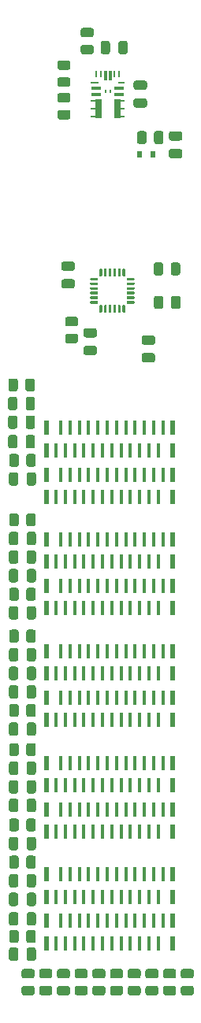
<source format=gbr>
G04 #@! TF.GenerationSoftware,KiCad,Pcbnew,(5.1.9)-1*
G04 #@! TF.CreationDate,2021-02-02T19:43:56-05:00*
G04 #@! TF.ProjectId,feather_multi_oled,66656174-6865-4725-9f6d-756c74695f6f,0.1a*
G04 #@! TF.SameCoordinates,Original*
G04 #@! TF.FileFunction,Paste,Top*
G04 #@! TF.FilePolarity,Positive*
%FSLAX46Y46*%
G04 Gerber Fmt 4.6, Leading zero omitted, Abs format (unit mm)*
G04 Created by KiCad (PCBNEW (5.1.9)-1) date 2021-02-02 19:43:56*
%MOMM*%
%LPD*%
G01*
G04 APERTURE LIST*
%ADD10R,0.609600X1.600200*%
%ADD11R,0.406400X1.600200*%
%ADD12R,0.812800X0.254000*%
%ADD13R,1.092200X0.304800*%
%ADD14R,0.508000X0.254000*%
%ADD15R,0.711200X0.254000*%
%ADD16R,0.254000X0.711200*%
%ADD17R,0.304800X1.092200*%
%ADD18R,0.254000X0.406400*%
%ADD19R,0.700000X2.000000*%
%ADD20R,0.600000X0.700000*%
G04 APERTURE END LIST*
D10*
X115516000Y-108524800D03*
X102003200Y-108524800D03*
X115516000Y-110912400D03*
X102003200Y-110912400D03*
D11*
X102993800Y-110912400D03*
X103501800Y-108524800D03*
X104009800Y-110912400D03*
X104492400Y-108524800D03*
X105000400Y-110912400D03*
X105508400Y-108524800D03*
X105991000Y-110912400D03*
X106499000Y-108524800D03*
X107007000Y-110912400D03*
X107489600Y-108524800D03*
X107997600Y-110912400D03*
X108505600Y-108524800D03*
X108988200Y-110912400D03*
X109496200Y-108524800D03*
X110004200Y-110912400D03*
X110512200Y-108524800D03*
X110994800Y-110912400D03*
X111502800Y-108524800D03*
X112010800Y-110912400D03*
X112493400Y-108524800D03*
X113001400Y-110912400D03*
X113509400Y-108524800D03*
X113992000Y-110912400D03*
X114500000Y-108524800D03*
D10*
X115516000Y-103524800D03*
X102003200Y-103524800D03*
X115516000Y-105912400D03*
X102003200Y-105912400D03*
D11*
X102993800Y-105912400D03*
X103501800Y-103524800D03*
X104009800Y-105912400D03*
X104492400Y-103524800D03*
X105000400Y-105912400D03*
X105508400Y-103524800D03*
X105991000Y-105912400D03*
X106499000Y-103524800D03*
X107007000Y-105912400D03*
X107489600Y-103524800D03*
X107997600Y-105912400D03*
X108505600Y-103524800D03*
X108988200Y-105912400D03*
X109496200Y-103524800D03*
X110004200Y-105912400D03*
X110512200Y-103524800D03*
X110994800Y-105912400D03*
X111502800Y-103524800D03*
X112010800Y-105912400D03*
X112493400Y-103524800D03*
X113001400Y-105912400D03*
X113509400Y-103524800D03*
X113992000Y-105912400D03*
X114500000Y-103524800D03*
D10*
X115516000Y-115524800D03*
X102003200Y-115524800D03*
X115516000Y-117912400D03*
X102003200Y-117912400D03*
D11*
X102993800Y-117912400D03*
X103501800Y-115524800D03*
X104009800Y-117912400D03*
X104492400Y-115524800D03*
X105000400Y-117912400D03*
X105508400Y-115524800D03*
X105991000Y-117912400D03*
X106499000Y-115524800D03*
X107007000Y-117912400D03*
X107489600Y-115524800D03*
X107997600Y-117912400D03*
X108505600Y-115524800D03*
X108988200Y-117912400D03*
X109496200Y-115524800D03*
X110004200Y-117912400D03*
X110512200Y-115524800D03*
X110994800Y-117912400D03*
X111502800Y-115524800D03*
X112010800Y-117912400D03*
X112493400Y-115524800D03*
X113001400Y-117912400D03*
X113509400Y-115524800D03*
X113992000Y-117912400D03*
X114500000Y-115524800D03*
D10*
X115516000Y-127524800D03*
X102003200Y-127524800D03*
X115516000Y-129912400D03*
X102003200Y-129912400D03*
D11*
X102993800Y-129912400D03*
X103501800Y-127524800D03*
X104009800Y-129912400D03*
X104492400Y-127524800D03*
X105000400Y-129912400D03*
X105508400Y-127524800D03*
X105991000Y-129912400D03*
X106499000Y-127524800D03*
X107007000Y-129912400D03*
X107489600Y-127524800D03*
X107997600Y-129912400D03*
X108505600Y-127524800D03*
X108988200Y-129912400D03*
X109496200Y-127524800D03*
X110004200Y-129912400D03*
X110512200Y-127524800D03*
X110994800Y-129912400D03*
X111502800Y-127524800D03*
X112010800Y-129912400D03*
X112493400Y-127524800D03*
X113001400Y-129912400D03*
X113509400Y-127524800D03*
X113992000Y-129912400D03*
X114500000Y-127524800D03*
D10*
X115516000Y-120524800D03*
X102003200Y-120524800D03*
X115516000Y-122912400D03*
X102003200Y-122912400D03*
D11*
X102993800Y-122912400D03*
X103501800Y-120524800D03*
X104009800Y-122912400D03*
X104492400Y-120524800D03*
X105000400Y-122912400D03*
X105508400Y-120524800D03*
X105991000Y-122912400D03*
X106499000Y-120524800D03*
X107007000Y-122912400D03*
X107489600Y-120524800D03*
X107997600Y-122912400D03*
X108505600Y-120524800D03*
X108988200Y-122912400D03*
X109496200Y-120524800D03*
X110004200Y-122912400D03*
X110512200Y-120524800D03*
X110994800Y-122912400D03*
X111502800Y-120524800D03*
X112010800Y-122912400D03*
X112493400Y-120524800D03*
X113001400Y-122912400D03*
X113509400Y-120524800D03*
X113992000Y-122912400D03*
X114500000Y-120524800D03*
D10*
X115516000Y-132524800D03*
X102003200Y-132524800D03*
X115516000Y-134912400D03*
X102003200Y-134912400D03*
D11*
X102993800Y-134912400D03*
X103501800Y-132524800D03*
X104009800Y-134912400D03*
X104492400Y-132524800D03*
X105000400Y-134912400D03*
X105508400Y-132524800D03*
X105991000Y-134912400D03*
X106499000Y-132524800D03*
X107007000Y-134912400D03*
X107489600Y-132524800D03*
X107997600Y-134912400D03*
X108505600Y-132524800D03*
X108988200Y-134912400D03*
X109496200Y-132524800D03*
X110004200Y-134912400D03*
X110512200Y-132524800D03*
X110994800Y-134912400D03*
X111502800Y-132524800D03*
X112010800Y-134912400D03*
X112493400Y-132524800D03*
X113001400Y-134912400D03*
X113509400Y-132524800D03*
X113992000Y-134912400D03*
X114500000Y-132524800D03*
D10*
X115516000Y-139524800D03*
X102003200Y-139524800D03*
X115516000Y-141912400D03*
X102003200Y-141912400D03*
D11*
X102993800Y-141912400D03*
X103501800Y-139524800D03*
X104009800Y-141912400D03*
X104492400Y-139524800D03*
X105000400Y-141912400D03*
X105508400Y-139524800D03*
X105991000Y-141912400D03*
X106499000Y-139524800D03*
X107007000Y-141912400D03*
X107489600Y-139524800D03*
X107997600Y-141912400D03*
X108505600Y-139524800D03*
X108988200Y-141912400D03*
X109496200Y-139524800D03*
X110004200Y-141912400D03*
X110512200Y-139524800D03*
X110994800Y-141912400D03*
X111502800Y-139524800D03*
X112010800Y-141912400D03*
X112493400Y-139524800D03*
X113001400Y-141912400D03*
X113509400Y-139524800D03*
X113992000Y-141912400D03*
X114500000Y-139524800D03*
D10*
X115516000Y-144524800D03*
X102003200Y-144524800D03*
X115516000Y-146912400D03*
X102003200Y-146912400D03*
D11*
X102993800Y-146912400D03*
X103501800Y-144524800D03*
X104009800Y-146912400D03*
X104492400Y-144524800D03*
X105000400Y-146912400D03*
X105508400Y-144524800D03*
X105991000Y-146912400D03*
X106499000Y-144524800D03*
X107007000Y-146912400D03*
X107489600Y-144524800D03*
X107997600Y-146912400D03*
X108505600Y-144524800D03*
X108988200Y-146912400D03*
X109496200Y-144524800D03*
X110004200Y-146912400D03*
X110512200Y-144524800D03*
X110994800Y-146912400D03*
X111502800Y-144524800D03*
X112010800Y-146912400D03*
X112493400Y-144524800D03*
X113001400Y-146912400D03*
X113509400Y-144524800D03*
X113992000Y-146912400D03*
X114500000Y-144524800D03*
D10*
X115516000Y-151524800D03*
X102003200Y-151524800D03*
X115516000Y-153912400D03*
X102003200Y-153912400D03*
D11*
X102993800Y-153912400D03*
X103501800Y-151524800D03*
X104009800Y-153912400D03*
X104492400Y-151524800D03*
X105000400Y-153912400D03*
X105508400Y-151524800D03*
X105991000Y-153912400D03*
X106499000Y-151524800D03*
X107007000Y-153912400D03*
X107489600Y-151524800D03*
X107997600Y-153912400D03*
X108505600Y-151524800D03*
X108988200Y-153912400D03*
X109496200Y-151524800D03*
X110004200Y-153912400D03*
X110512200Y-151524800D03*
X110994800Y-153912400D03*
X111502800Y-151524800D03*
X112010800Y-153912400D03*
X112493400Y-151524800D03*
X113001400Y-153912400D03*
X113509400Y-151524800D03*
X113992000Y-153912400D03*
X114500000Y-151524800D03*
D10*
X115516000Y-156524800D03*
X102003200Y-156524800D03*
X115516000Y-158912400D03*
X102003200Y-158912400D03*
D11*
X102993800Y-158912400D03*
X103501800Y-156524800D03*
X104009800Y-158912400D03*
X104492400Y-156524800D03*
X105000400Y-158912400D03*
X105508400Y-156524800D03*
X105991000Y-158912400D03*
X106499000Y-156524800D03*
X107007000Y-158912400D03*
X107489600Y-156524800D03*
X107997600Y-158912400D03*
X108505600Y-156524800D03*
X108988200Y-158912400D03*
X109496200Y-156524800D03*
X110004200Y-158912400D03*
X110512200Y-156524800D03*
X110994800Y-158912400D03*
X111502800Y-156524800D03*
X112010800Y-158912400D03*
X112493400Y-156524800D03*
X113001400Y-158912400D03*
X113509400Y-156524800D03*
X113992000Y-158912400D03*
X114500000Y-156524800D03*
D12*
X107156000Y-66375000D03*
D13*
X107296000Y-67024999D03*
X107296000Y-67675000D03*
D14*
X107004000Y-68325000D03*
X107004000Y-69175001D03*
X107004000Y-70025000D03*
X110096000Y-70025000D03*
X110096000Y-69175001D03*
X110096000Y-68325000D03*
D13*
X109804000Y-67675000D03*
X109804000Y-67024999D03*
D15*
X109994000Y-66375000D03*
D16*
X109800000Y-65481000D03*
X109300001Y-65481000D03*
D17*
X108800000Y-65671000D03*
X108300000Y-65671000D03*
D16*
X107799999Y-65481000D03*
X107300000Y-65481000D03*
D18*
X108300000Y-67350000D03*
X108800000Y-67350000D03*
D19*
X107534000Y-69195000D03*
X109566000Y-69195000D03*
G36*
G01*
X109700000Y-63100000D02*
X109700000Y-62150000D01*
G75*
G02*
X109950000Y-61900000I250000J0D01*
G01*
X110450000Y-61900000D01*
G75*
G02*
X110700000Y-62150000I0J-250000D01*
G01*
X110700000Y-63100000D01*
G75*
G02*
X110450000Y-63350000I-250000J0D01*
G01*
X109950000Y-63350000D01*
G75*
G02*
X109700000Y-63100000I0J250000D01*
G01*
G37*
G36*
G01*
X107800000Y-63100000D02*
X107800000Y-62150000D01*
G75*
G02*
X108050000Y-61900000I250000J0D01*
G01*
X108550000Y-61900000D01*
G75*
G02*
X108800000Y-62150000I0J-250000D01*
G01*
X108800000Y-63100000D01*
G75*
G02*
X108550000Y-63350000I-250000J0D01*
G01*
X108050000Y-63350000D01*
G75*
G02*
X107800000Y-63100000I0J250000D01*
G01*
G37*
G36*
G01*
X112525000Y-69075000D02*
X111575000Y-69075000D01*
G75*
G02*
X111325000Y-68825000I0J250000D01*
G01*
X111325000Y-68325000D01*
G75*
G02*
X111575000Y-68075000I250000J0D01*
G01*
X112525000Y-68075000D01*
G75*
G02*
X112775000Y-68325000I0J-250000D01*
G01*
X112775000Y-68825000D01*
G75*
G02*
X112525000Y-69075000I-250000J0D01*
G01*
G37*
G36*
G01*
X112525000Y-67175000D02*
X111575000Y-67175000D01*
G75*
G02*
X111325000Y-66925000I0J250000D01*
G01*
X111325000Y-66425000D01*
G75*
G02*
X111575000Y-66175000I250000J0D01*
G01*
X112525000Y-66175000D01*
G75*
G02*
X112775000Y-66425000I0J-250000D01*
G01*
X112775000Y-66925000D01*
G75*
G02*
X112525000Y-67175000I-250000J0D01*
G01*
G37*
G36*
G01*
X115375000Y-71625000D02*
X116325000Y-71625000D01*
G75*
G02*
X116575000Y-71875000I0J-250000D01*
G01*
X116575000Y-72375000D01*
G75*
G02*
X116325000Y-72625000I-250000J0D01*
G01*
X115375000Y-72625000D01*
G75*
G02*
X115125000Y-72375000I0J250000D01*
G01*
X115125000Y-71875000D01*
G75*
G02*
X115375000Y-71625000I250000J0D01*
G01*
G37*
G36*
G01*
X115375000Y-73525000D02*
X116325000Y-73525000D01*
G75*
G02*
X116575000Y-73775000I0J-250000D01*
G01*
X116575000Y-74275000D01*
G75*
G02*
X116325000Y-74525000I-250000J0D01*
G01*
X115375000Y-74525000D01*
G75*
G02*
X115125000Y-74275000I0J250000D01*
G01*
X115125000Y-73775000D01*
G75*
G02*
X115375000Y-73525000I250000J0D01*
G01*
G37*
G36*
G01*
X98850000Y-104525000D02*
X98850000Y-105475000D01*
G75*
G02*
X98600000Y-105725000I-250000J0D01*
G01*
X98100000Y-105725000D01*
G75*
G02*
X97850000Y-105475000I0J250000D01*
G01*
X97850000Y-104525000D01*
G75*
G02*
X98100000Y-104275000I250000J0D01*
G01*
X98600000Y-104275000D01*
G75*
G02*
X98850000Y-104525000I0J-250000D01*
G01*
G37*
G36*
G01*
X100750000Y-104525000D02*
X100750000Y-105475000D01*
G75*
G02*
X100500000Y-105725000I-250000J0D01*
G01*
X100000000Y-105725000D01*
G75*
G02*
X99750000Y-105475000I0J250000D01*
G01*
X99750000Y-104525000D01*
G75*
G02*
X100000000Y-104275000I250000J0D01*
G01*
X100500000Y-104275000D01*
G75*
G02*
X100750000Y-104525000I0J-250000D01*
G01*
G37*
G36*
G01*
X100750000Y-102425000D02*
X100750000Y-103375000D01*
G75*
G02*
X100500000Y-103625000I-250000J0D01*
G01*
X100000000Y-103625000D01*
G75*
G02*
X99750000Y-103375000I0J250000D01*
G01*
X99750000Y-102425000D01*
G75*
G02*
X100000000Y-102175000I250000J0D01*
G01*
X100500000Y-102175000D01*
G75*
G02*
X100750000Y-102425000I0J-250000D01*
G01*
G37*
G36*
G01*
X98850000Y-102425000D02*
X98850000Y-103375000D01*
G75*
G02*
X98600000Y-103625000I-250000J0D01*
G01*
X98100000Y-103625000D01*
G75*
G02*
X97850000Y-103375000I0J250000D01*
G01*
X97850000Y-102425000D01*
G75*
G02*
X98100000Y-102175000I250000J0D01*
G01*
X98600000Y-102175000D01*
G75*
G02*
X98850000Y-102425000I0J-250000D01*
G01*
G37*
G36*
G01*
X98850000Y-100425000D02*
X98850000Y-101375000D01*
G75*
G02*
X98600000Y-101625000I-250000J0D01*
G01*
X98100000Y-101625000D01*
G75*
G02*
X97850000Y-101375000I0J250000D01*
G01*
X97850000Y-100425000D01*
G75*
G02*
X98100000Y-100175000I250000J0D01*
G01*
X98600000Y-100175000D01*
G75*
G02*
X98850000Y-100425000I0J-250000D01*
G01*
G37*
G36*
G01*
X100750000Y-100425000D02*
X100750000Y-101375000D01*
G75*
G02*
X100500000Y-101625000I-250000J0D01*
G01*
X100000000Y-101625000D01*
G75*
G02*
X99750000Y-101375000I0J250000D01*
G01*
X99750000Y-100425000D01*
G75*
G02*
X100000000Y-100175000I250000J0D01*
G01*
X100500000Y-100175000D01*
G75*
G02*
X100750000Y-100425000I0J-250000D01*
G01*
G37*
G36*
G01*
X100850000Y-108525000D02*
X100850000Y-109475000D01*
G75*
G02*
X100600000Y-109725000I-250000J0D01*
G01*
X100100000Y-109725000D01*
G75*
G02*
X99850000Y-109475000I0J250000D01*
G01*
X99850000Y-108525000D01*
G75*
G02*
X100100000Y-108275000I250000J0D01*
G01*
X100600000Y-108275000D01*
G75*
G02*
X100850000Y-108525000I0J-250000D01*
G01*
G37*
G36*
G01*
X98950000Y-108525000D02*
X98950000Y-109475000D01*
G75*
G02*
X98700000Y-109725000I-250000J0D01*
G01*
X98200000Y-109725000D01*
G75*
G02*
X97950000Y-109475000I0J250000D01*
G01*
X97950000Y-108525000D01*
G75*
G02*
X98200000Y-108275000I250000J0D01*
G01*
X98700000Y-108275000D01*
G75*
G02*
X98950000Y-108525000I0J-250000D01*
G01*
G37*
G36*
G01*
X98950000Y-114925000D02*
X98950000Y-115875000D01*
G75*
G02*
X98700000Y-116125000I-250000J0D01*
G01*
X98200000Y-116125000D01*
G75*
G02*
X97950000Y-115875000I0J250000D01*
G01*
X97950000Y-114925000D01*
G75*
G02*
X98200000Y-114675000I250000J0D01*
G01*
X98700000Y-114675000D01*
G75*
G02*
X98950000Y-114925000I0J-250000D01*
G01*
G37*
G36*
G01*
X100850000Y-114925000D02*
X100850000Y-115875000D01*
G75*
G02*
X100600000Y-116125000I-250000J0D01*
G01*
X100100000Y-116125000D01*
G75*
G02*
X99850000Y-115875000I0J250000D01*
G01*
X99850000Y-114925000D01*
G75*
G02*
X100100000Y-114675000I250000J0D01*
G01*
X100600000Y-114675000D01*
G75*
G02*
X100850000Y-114925000I0J-250000D01*
G01*
G37*
G36*
G01*
X100850000Y-116925000D02*
X100850000Y-117875000D01*
G75*
G02*
X100600000Y-118125000I-250000J0D01*
G01*
X100100000Y-118125000D01*
G75*
G02*
X99850000Y-117875000I0J250000D01*
G01*
X99850000Y-116925000D01*
G75*
G02*
X100100000Y-116675000I250000J0D01*
G01*
X100600000Y-116675000D01*
G75*
G02*
X100850000Y-116925000I0J-250000D01*
G01*
G37*
G36*
G01*
X98950000Y-116925000D02*
X98950000Y-117875000D01*
G75*
G02*
X98700000Y-118125000I-250000J0D01*
G01*
X98200000Y-118125000D01*
G75*
G02*
X97950000Y-117875000I0J250000D01*
G01*
X97950000Y-116925000D01*
G75*
G02*
X98200000Y-116675000I250000J0D01*
G01*
X98700000Y-116675000D01*
G75*
G02*
X98950000Y-116925000I0J-250000D01*
G01*
G37*
G36*
G01*
X98950000Y-118925000D02*
X98950000Y-119875000D01*
G75*
G02*
X98700000Y-120125000I-250000J0D01*
G01*
X98200000Y-120125000D01*
G75*
G02*
X97950000Y-119875000I0J250000D01*
G01*
X97950000Y-118925000D01*
G75*
G02*
X98200000Y-118675000I250000J0D01*
G01*
X98700000Y-118675000D01*
G75*
G02*
X98950000Y-118925000I0J-250000D01*
G01*
G37*
G36*
G01*
X100850000Y-118925000D02*
X100850000Y-119875000D01*
G75*
G02*
X100600000Y-120125000I-250000J0D01*
G01*
X100100000Y-120125000D01*
G75*
G02*
X99850000Y-119875000I0J250000D01*
G01*
X99850000Y-118925000D01*
G75*
G02*
X100100000Y-118675000I250000J0D01*
G01*
X100600000Y-118675000D01*
G75*
G02*
X100850000Y-118925000I0J-250000D01*
G01*
G37*
G36*
G01*
X98950000Y-127425000D02*
X98950000Y-128375000D01*
G75*
G02*
X98700000Y-128625000I-250000J0D01*
G01*
X98200000Y-128625000D01*
G75*
G02*
X97950000Y-128375000I0J250000D01*
G01*
X97950000Y-127425000D01*
G75*
G02*
X98200000Y-127175000I250000J0D01*
G01*
X98700000Y-127175000D01*
G75*
G02*
X98950000Y-127425000I0J-250000D01*
G01*
G37*
G36*
G01*
X100850000Y-127425000D02*
X100850000Y-128375000D01*
G75*
G02*
X100600000Y-128625000I-250000J0D01*
G01*
X100100000Y-128625000D01*
G75*
G02*
X99850000Y-128375000I0J250000D01*
G01*
X99850000Y-127425000D01*
G75*
G02*
X100100000Y-127175000I250000J0D01*
G01*
X100600000Y-127175000D01*
G75*
G02*
X100850000Y-127425000I0J-250000D01*
G01*
G37*
G36*
G01*
X100850000Y-129425000D02*
X100850000Y-130375000D01*
G75*
G02*
X100600000Y-130625000I-250000J0D01*
G01*
X100100000Y-130625000D01*
G75*
G02*
X99850000Y-130375000I0J250000D01*
G01*
X99850000Y-129425000D01*
G75*
G02*
X100100000Y-129175000I250000J0D01*
G01*
X100600000Y-129175000D01*
G75*
G02*
X100850000Y-129425000I0J-250000D01*
G01*
G37*
G36*
G01*
X98950000Y-129425000D02*
X98950000Y-130375000D01*
G75*
G02*
X98700000Y-130625000I-250000J0D01*
G01*
X98200000Y-130625000D01*
G75*
G02*
X97950000Y-130375000I0J250000D01*
G01*
X97950000Y-129425000D01*
G75*
G02*
X98200000Y-129175000I250000J0D01*
G01*
X98700000Y-129175000D01*
G75*
G02*
X98950000Y-129425000I0J-250000D01*
G01*
G37*
G36*
G01*
X98950000Y-131425000D02*
X98950000Y-132375000D01*
G75*
G02*
X98700000Y-132625000I-250000J0D01*
G01*
X98200000Y-132625000D01*
G75*
G02*
X97950000Y-132375000I0J250000D01*
G01*
X97950000Y-131425000D01*
G75*
G02*
X98200000Y-131175000I250000J0D01*
G01*
X98700000Y-131175000D01*
G75*
G02*
X98950000Y-131425000I0J-250000D01*
G01*
G37*
G36*
G01*
X100850000Y-131425000D02*
X100850000Y-132375000D01*
G75*
G02*
X100600000Y-132625000I-250000J0D01*
G01*
X100100000Y-132625000D01*
G75*
G02*
X99850000Y-132375000I0J250000D01*
G01*
X99850000Y-131425000D01*
G75*
G02*
X100100000Y-131175000I250000J0D01*
G01*
X100600000Y-131175000D01*
G75*
G02*
X100850000Y-131425000I0J-250000D01*
G01*
G37*
G36*
G01*
X100850000Y-122925000D02*
X100850000Y-123875000D01*
G75*
G02*
X100600000Y-124125000I-250000J0D01*
G01*
X100100000Y-124125000D01*
G75*
G02*
X99850000Y-123875000I0J250000D01*
G01*
X99850000Y-122925000D01*
G75*
G02*
X100100000Y-122675000I250000J0D01*
G01*
X100600000Y-122675000D01*
G75*
G02*
X100850000Y-122925000I0J-250000D01*
G01*
G37*
G36*
G01*
X98950000Y-122925000D02*
X98950000Y-123875000D01*
G75*
G02*
X98700000Y-124125000I-250000J0D01*
G01*
X98200000Y-124125000D01*
G75*
G02*
X97950000Y-123875000I0J250000D01*
G01*
X97950000Y-122925000D01*
G75*
G02*
X98200000Y-122675000I250000J0D01*
G01*
X98700000Y-122675000D01*
G75*
G02*
X98950000Y-122925000I0J-250000D01*
G01*
G37*
G36*
G01*
X100850000Y-135425000D02*
X100850000Y-136375000D01*
G75*
G02*
X100600000Y-136625000I-250000J0D01*
G01*
X100100000Y-136625000D01*
G75*
G02*
X99850000Y-136375000I0J250000D01*
G01*
X99850000Y-135425000D01*
G75*
G02*
X100100000Y-135175000I250000J0D01*
G01*
X100600000Y-135175000D01*
G75*
G02*
X100850000Y-135425000I0J-250000D01*
G01*
G37*
G36*
G01*
X98950000Y-135425000D02*
X98950000Y-136375000D01*
G75*
G02*
X98700000Y-136625000I-250000J0D01*
G01*
X98200000Y-136625000D01*
G75*
G02*
X97950000Y-136375000I0J250000D01*
G01*
X97950000Y-135425000D01*
G75*
G02*
X98200000Y-135175000I250000J0D01*
G01*
X98700000Y-135175000D01*
G75*
G02*
X98950000Y-135425000I0J-250000D01*
G01*
G37*
G36*
G01*
X98950000Y-139625000D02*
X98950000Y-140575000D01*
G75*
G02*
X98700000Y-140825000I-250000J0D01*
G01*
X98200000Y-140825000D01*
G75*
G02*
X97950000Y-140575000I0J250000D01*
G01*
X97950000Y-139625000D01*
G75*
G02*
X98200000Y-139375000I250000J0D01*
G01*
X98700000Y-139375000D01*
G75*
G02*
X98950000Y-139625000I0J-250000D01*
G01*
G37*
G36*
G01*
X100850000Y-139625000D02*
X100850000Y-140575000D01*
G75*
G02*
X100600000Y-140825000I-250000J0D01*
G01*
X100100000Y-140825000D01*
G75*
G02*
X99850000Y-140575000I0J250000D01*
G01*
X99850000Y-139625000D01*
G75*
G02*
X100100000Y-139375000I250000J0D01*
G01*
X100600000Y-139375000D01*
G75*
G02*
X100850000Y-139625000I0J-250000D01*
G01*
G37*
G36*
G01*
X100850000Y-141625000D02*
X100850000Y-142575000D01*
G75*
G02*
X100600000Y-142825000I-250000J0D01*
G01*
X100100000Y-142825000D01*
G75*
G02*
X99850000Y-142575000I0J250000D01*
G01*
X99850000Y-141625000D01*
G75*
G02*
X100100000Y-141375000I250000J0D01*
G01*
X100600000Y-141375000D01*
G75*
G02*
X100850000Y-141625000I0J-250000D01*
G01*
G37*
G36*
G01*
X98950000Y-141625000D02*
X98950000Y-142575000D01*
G75*
G02*
X98700000Y-142825000I-250000J0D01*
G01*
X98200000Y-142825000D01*
G75*
G02*
X97950000Y-142575000I0J250000D01*
G01*
X97950000Y-141625000D01*
G75*
G02*
X98200000Y-141375000I250000J0D01*
G01*
X98700000Y-141375000D01*
G75*
G02*
X98950000Y-141625000I0J-250000D01*
G01*
G37*
G36*
G01*
X98950000Y-143625000D02*
X98950000Y-144575000D01*
G75*
G02*
X98700000Y-144825000I-250000J0D01*
G01*
X98200000Y-144825000D01*
G75*
G02*
X97950000Y-144575000I0J250000D01*
G01*
X97950000Y-143625000D01*
G75*
G02*
X98200000Y-143375000I250000J0D01*
G01*
X98700000Y-143375000D01*
G75*
G02*
X98950000Y-143625000I0J-250000D01*
G01*
G37*
G36*
G01*
X100850000Y-143625000D02*
X100850000Y-144575000D01*
G75*
G02*
X100600000Y-144825000I-250000J0D01*
G01*
X100100000Y-144825000D01*
G75*
G02*
X99850000Y-144575000I0J250000D01*
G01*
X99850000Y-143625000D01*
G75*
G02*
X100100000Y-143375000I250000J0D01*
G01*
X100600000Y-143375000D01*
G75*
G02*
X100850000Y-143625000I0J-250000D01*
G01*
G37*
G36*
G01*
X100850000Y-147725000D02*
X100850000Y-148675000D01*
G75*
G02*
X100600000Y-148925000I-250000J0D01*
G01*
X100100000Y-148925000D01*
G75*
G02*
X99850000Y-148675000I0J250000D01*
G01*
X99850000Y-147725000D01*
G75*
G02*
X100100000Y-147475000I250000J0D01*
G01*
X100600000Y-147475000D01*
G75*
G02*
X100850000Y-147725000I0J-250000D01*
G01*
G37*
G36*
G01*
X98950000Y-147725000D02*
X98950000Y-148675000D01*
G75*
G02*
X98700000Y-148925000I-250000J0D01*
G01*
X98200000Y-148925000D01*
G75*
G02*
X97950000Y-148675000I0J250000D01*
G01*
X97950000Y-147725000D01*
G75*
G02*
X98200000Y-147475000I250000J0D01*
G01*
X98700000Y-147475000D01*
G75*
G02*
X98950000Y-147725000I0J-250000D01*
G01*
G37*
G36*
G01*
X100850000Y-151725000D02*
X100850000Y-152675000D01*
G75*
G02*
X100600000Y-152925000I-250000J0D01*
G01*
X100100000Y-152925000D01*
G75*
G02*
X99850000Y-152675000I0J250000D01*
G01*
X99850000Y-151725000D01*
G75*
G02*
X100100000Y-151475000I250000J0D01*
G01*
X100600000Y-151475000D01*
G75*
G02*
X100850000Y-151725000I0J-250000D01*
G01*
G37*
G36*
G01*
X98950000Y-151725000D02*
X98950000Y-152675000D01*
G75*
G02*
X98700000Y-152925000I-250000J0D01*
G01*
X98200000Y-152925000D01*
G75*
G02*
X97950000Y-152675000I0J250000D01*
G01*
X97950000Y-151725000D01*
G75*
G02*
X98200000Y-151475000I250000J0D01*
G01*
X98700000Y-151475000D01*
G75*
G02*
X98950000Y-151725000I0J-250000D01*
G01*
G37*
G36*
G01*
X98950000Y-153725000D02*
X98950000Y-154675000D01*
G75*
G02*
X98700000Y-154925000I-250000J0D01*
G01*
X98200000Y-154925000D01*
G75*
G02*
X97950000Y-154675000I0J250000D01*
G01*
X97950000Y-153725000D01*
G75*
G02*
X98200000Y-153475000I250000J0D01*
G01*
X98700000Y-153475000D01*
G75*
G02*
X98950000Y-153725000I0J-250000D01*
G01*
G37*
G36*
G01*
X100850000Y-153725000D02*
X100850000Y-154675000D01*
G75*
G02*
X100600000Y-154925000I-250000J0D01*
G01*
X100100000Y-154925000D01*
G75*
G02*
X99850000Y-154675000I0J250000D01*
G01*
X99850000Y-153725000D01*
G75*
G02*
X100100000Y-153475000I250000J0D01*
G01*
X100600000Y-153475000D01*
G75*
G02*
X100850000Y-153725000I0J-250000D01*
G01*
G37*
G36*
G01*
X100850000Y-155825000D02*
X100850000Y-156775000D01*
G75*
G02*
X100600000Y-157025000I-250000J0D01*
G01*
X100100000Y-157025000D01*
G75*
G02*
X99850000Y-156775000I0J250000D01*
G01*
X99850000Y-155825000D01*
G75*
G02*
X100100000Y-155575000I250000J0D01*
G01*
X100600000Y-155575000D01*
G75*
G02*
X100850000Y-155825000I0J-250000D01*
G01*
G37*
G36*
G01*
X98950000Y-155825000D02*
X98950000Y-156775000D01*
G75*
G02*
X98700000Y-157025000I-250000J0D01*
G01*
X98200000Y-157025000D01*
G75*
G02*
X97950000Y-156775000I0J250000D01*
G01*
X97950000Y-155825000D01*
G75*
G02*
X98200000Y-155575000I250000J0D01*
G01*
X98700000Y-155575000D01*
G75*
G02*
X98950000Y-155825000I0J-250000D01*
G01*
G37*
G36*
G01*
X100850000Y-159625000D02*
X100850000Y-160575000D01*
G75*
G02*
X100600000Y-160825000I-250000J0D01*
G01*
X100100000Y-160825000D01*
G75*
G02*
X99850000Y-160575000I0J250000D01*
G01*
X99850000Y-159625000D01*
G75*
G02*
X100100000Y-159375000I250000J0D01*
G01*
X100600000Y-159375000D01*
G75*
G02*
X100850000Y-159625000I0J-250000D01*
G01*
G37*
G36*
G01*
X98950000Y-159625000D02*
X98950000Y-160575000D01*
G75*
G02*
X98700000Y-160825000I-250000J0D01*
G01*
X98200000Y-160825000D01*
G75*
G02*
X97950000Y-160575000I0J250000D01*
G01*
X97950000Y-159625000D01*
G75*
G02*
X98200000Y-159375000I250000J0D01*
G01*
X98700000Y-159375000D01*
G75*
G02*
X98950000Y-159625000I0J-250000D01*
G01*
G37*
D20*
X112000000Y-74100000D03*
X113400000Y-74100000D03*
G36*
G01*
X112725000Y-71849998D02*
X112725000Y-72750002D01*
G75*
G02*
X112475002Y-73000000I-249998J0D01*
G01*
X111949998Y-73000000D01*
G75*
G02*
X111700000Y-72750002I0J249998D01*
G01*
X111700000Y-71849998D01*
G75*
G02*
X111949998Y-71600000I249998J0D01*
G01*
X112475002Y-71600000D01*
G75*
G02*
X112725000Y-71849998I0J-249998D01*
G01*
G37*
G36*
G01*
X114550000Y-71849998D02*
X114550000Y-72750002D01*
G75*
G02*
X114300002Y-73000000I-249998J0D01*
G01*
X113774998Y-73000000D01*
G75*
G02*
X113525000Y-72750002I0J249998D01*
G01*
X113525000Y-71849998D01*
G75*
G02*
X113774998Y-71600000I249998J0D01*
G01*
X114300002Y-71600000D01*
G75*
G02*
X114550000Y-71849998I0J-249998D01*
G01*
G37*
G36*
G01*
X116649998Y-161675000D02*
X117550002Y-161675000D01*
G75*
G02*
X117800000Y-161924998I0J-249998D01*
G01*
X117800000Y-162450002D01*
G75*
G02*
X117550002Y-162700000I-249998J0D01*
G01*
X116649998Y-162700000D01*
G75*
G02*
X116400000Y-162450002I0J249998D01*
G01*
X116400000Y-161924998D01*
G75*
G02*
X116649998Y-161675000I249998J0D01*
G01*
G37*
G36*
G01*
X116649998Y-163500000D02*
X117550002Y-163500000D01*
G75*
G02*
X117800000Y-163749998I0J-249998D01*
G01*
X117800000Y-164275002D01*
G75*
G02*
X117550002Y-164525000I-249998J0D01*
G01*
X116649998Y-164525000D01*
G75*
G02*
X116400000Y-164275002I0J249998D01*
G01*
X116400000Y-163749998D01*
G75*
G02*
X116649998Y-163500000I249998J0D01*
G01*
G37*
G36*
G01*
X114749998Y-163500000D02*
X115650002Y-163500000D01*
G75*
G02*
X115900000Y-163749998I0J-249998D01*
G01*
X115900000Y-164275002D01*
G75*
G02*
X115650002Y-164525000I-249998J0D01*
G01*
X114749998Y-164525000D01*
G75*
G02*
X114500000Y-164275002I0J249998D01*
G01*
X114500000Y-163749998D01*
G75*
G02*
X114749998Y-163500000I249998J0D01*
G01*
G37*
G36*
G01*
X114749998Y-161675000D02*
X115650002Y-161675000D01*
G75*
G02*
X115900000Y-161924998I0J-249998D01*
G01*
X115900000Y-162450002D01*
G75*
G02*
X115650002Y-162700000I-249998J0D01*
G01*
X114749998Y-162700000D01*
G75*
G02*
X114500000Y-162450002I0J249998D01*
G01*
X114500000Y-161924998D01*
G75*
G02*
X114749998Y-161675000I249998J0D01*
G01*
G37*
G36*
G01*
X112849998Y-161675000D02*
X113750002Y-161675000D01*
G75*
G02*
X114000000Y-161924998I0J-249998D01*
G01*
X114000000Y-162450002D01*
G75*
G02*
X113750002Y-162700000I-249998J0D01*
G01*
X112849998Y-162700000D01*
G75*
G02*
X112600000Y-162450002I0J249998D01*
G01*
X112600000Y-161924998D01*
G75*
G02*
X112849998Y-161675000I249998J0D01*
G01*
G37*
G36*
G01*
X112849998Y-163500000D02*
X113750002Y-163500000D01*
G75*
G02*
X114000000Y-163749998I0J-249998D01*
G01*
X114000000Y-164275002D01*
G75*
G02*
X113750002Y-164525000I-249998J0D01*
G01*
X112849998Y-164525000D01*
G75*
G02*
X112600000Y-164275002I0J249998D01*
G01*
X112600000Y-163749998D01*
G75*
G02*
X112849998Y-163500000I249998J0D01*
G01*
G37*
G36*
G01*
X110949998Y-161675000D02*
X111850002Y-161675000D01*
G75*
G02*
X112100000Y-161924998I0J-249998D01*
G01*
X112100000Y-162450002D01*
G75*
G02*
X111850002Y-162700000I-249998J0D01*
G01*
X110949998Y-162700000D01*
G75*
G02*
X110700000Y-162450002I0J249998D01*
G01*
X110700000Y-161924998D01*
G75*
G02*
X110949998Y-161675000I249998J0D01*
G01*
G37*
G36*
G01*
X110949998Y-163500000D02*
X111850002Y-163500000D01*
G75*
G02*
X112100000Y-163749998I0J-249998D01*
G01*
X112100000Y-164275002D01*
G75*
G02*
X111850002Y-164525000I-249998J0D01*
G01*
X110949998Y-164525000D01*
G75*
G02*
X110700000Y-164275002I0J249998D01*
G01*
X110700000Y-163749998D01*
G75*
G02*
X110949998Y-163500000I249998J0D01*
G01*
G37*
G36*
G01*
X109049998Y-163500000D02*
X109950002Y-163500000D01*
G75*
G02*
X110200000Y-163749998I0J-249998D01*
G01*
X110200000Y-164275002D01*
G75*
G02*
X109950002Y-164525000I-249998J0D01*
G01*
X109049998Y-164525000D01*
G75*
G02*
X108800000Y-164275002I0J249998D01*
G01*
X108800000Y-163749998D01*
G75*
G02*
X109049998Y-163500000I249998J0D01*
G01*
G37*
G36*
G01*
X109049998Y-161675000D02*
X109950002Y-161675000D01*
G75*
G02*
X110200000Y-161924998I0J-249998D01*
G01*
X110200000Y-162450002D01*
G75*
G02*
X109950002Y-162700000I-249998J0D01*
G01*
X109049998Y-162700000D01*
G75*
G02*
X108800000Y-162450002I0J249998D01*
G01*
X108800000Y-161924998D01*
G75*
G02*
X109049998Y-161675000I249998J0D01*
G01*
G37*
G36*
G01*
X107149998Y-161675000D02*
X108050002Y-161675000D01*
G75*
G02*
X108300000Y-161924998I0J-249998D01*
G01*
X108300000Y-162450002D01*
G75*
G02*
X108050002Y-162700000I-249998J0D01*
G01*
X107149998Y-162700000D01*
G75*
G02*
X106900000Y-162450002I0J249998D01*
G01*
X106900000Y-161924998D01*
G75*
G02*
X107149998Y-161675000I249998J0D01*
G01*
G37*
G36*
G01*
X107149998Y-163500000D02*
X108050002Y-163500000D01*
G75*
G02*
X108300000Y-163749998I0J-249998D01*
G01*
X108300000Y-164275002D01*
G75*
G02*
X108050002Y-164525000I-249998J0D01*
G01*
X107149998Y-164525000D01*
G75*
G02*
X106900000Y-164275002I0J249998D01*
G01*
X106900000Y-163749998D01*
G75*
G02*
X107149998Y-163500000I249998J0D01*
G01*
G37*
G36*
G01*
X105249998Y-163500000D02*
X106150002Y-163500000D01*
G75*
G02*
X106400000Y-163749998I0J-249998D01*
G01*
X106400000Y-164275002D01*
G75*
G02*
X106150002Y-164525000I-249998J0D01*
G01*
X105249998Y-164525000D01*
G75*
G02*
X105000000Y-164275002I0J249998D01*
G01*
X105000000Y-163749998D01*
G75*
G02*
X105249998Y-163500000I249998J0D01*
G01*
G37*
G36*
G01*
X105249998Y-161675000D02*
X106150002Y-161675000D01*
G75*
G02*
X106400000Y-161924998I0J-249998D01*
G01*
X106400000Y-162450002D01*
G75*
G02*
X106150002Y-162700000I-249998J0D01*
G01*
X105249998Y-162700000D01*
G75*
G02*
X105000000Y-162450002I0J249998D01*
G01*
X105000000Y-161924998D01*
G75*
G02*
X105249998Y-161675000I249998J0D01*
G01*
G37*
G36*
G01*
X103349998Y-163500000D02*
X104250002Y-163500000D01*
G75*
G02*
X104500000Y-163749998I0J-249998D01*
G01*
X104500000Y-164275002D01*
G75*
G02*
X104250002Y-164525000I-249998J0D01*
G01*
X103349998Y-164525000D01*
G75*
G02*
X103100000Y-164275002I0J249998D01*
G01*
X103100000Y-163749998D01*
G75*
G02*
X103349998Y-163500000I249998J0D01*
G01*
G37*
G36*
G01*
X103349998Y-161675000D02*
X104250002Y-161675000D01*
G75*
G02*
X104500000Y-161924998I0J-249998D01*
G01*
X104500000Y-162450002D01*
G75*
G02*
X104250002Y-162700000I-249998J0D01*
G01*
X103349998Y-162700000D01*
G75*
G02*
X103100000Y-162450002I0J249998D01*
G01*
X103100000Y-161924998D01*
G75*
G02*
X103349998Y-161675000I249998J0D01*
G01*
G37*
G36*
G01*
X101449998Y-163500000D02*
X102350002Y-163500000D01*
G75*
G02*
X102600000Y-163749998I0J-249998D01*
G01*
X102600000Y-164275002D01*
G75*
G02*
X102350002Y-164525000I-249998J0D01*
G01*
X101449998Y-164525000D01*
G75*
G02*
X101200000Y-164275002I0J249998D01*
G01*
X101200000Y-163749998D01*
G75*
G02*
X101449998Y-163500000I249998J0D01*
G01*
G37*
G36*
G01*
X101449998Y-161675000D02*
X102350002Y-161675000D01*
G75*
G02*
X102600000Y-161924998I0J-249998D01*
G01*
X102600000Y-162450002D01*
G75*
G02*
X102350002Y-162700000I-249998J0D01*
G01*
X101449998Y-162700000D01*
G75*
G02*
X101200000Y-162450002I0J249998D01*
G01*
X101200000Y-161924998D01*
G75*
G02*
X101449998Y-161675000I249998J0D01*
G01*
G37*
G36*
G01*
X99549998Y-161675000D02*
X100450002Y-161675000D01*
G75*
G02*
X100700000Y-161924998I0J-249998D01*
G01*
X100700000Y-162450002D01*
G75*
G02*
X100450002Y-162700000I-249998J0D01*
G01*
X99549998Y-162700000D01*
G75*
G02*
X99300000Y-162450002I0J249998D01*
G01*
X99300000Y-161924998D01*
G75*
G02*
X99549998Y-161675000I249998J0D01*
G01*
G37*
G36*
G01*
X99549998Y-163500000D02*
X100450002Y-163500000D01*
G75*
G02*
X100700000Y-163749998I0J-249998D01*
G01*
X100700000Y-164275002D01*
G75*
G02*
X100450002Y-164525000I-249998J0D01*
G01*
X99549998Y-164525000D01*
G75*
G02*
X99300000Y-164275002I0J249998D01*
G01*
X99300000Y-163749998D01*
G75*
G02*
X99549998Y-163500000I249998J0D01*
G01*
G37*
G36*
G01*
X98900000Y-98449998D02*
X98900000Y-99350002D01*
G75*
G02*
X98650002Y-99600000I-249998J0D01*
G01*
X98124998Y-99600000D01*
G75*
G02*
X97875000Y-99350002I0J249998D01*
G01*
X97875000Y-98449998D01*
G75*
G02*
X98124998Y-98200000I249998J0D01*
G01*
X98650002Y-98200000D01*
G75*
G02*
X98900000Y-98449998I0J-249998D01*
G01*
G37*
G36*
G01*
X100725000Y-98449998D02*
X100725000Y-99350002D01*
G75*
G02*
X100475002Y-99600000I-249998J0D01*
G01*
X99949998Y-99600000D01*
G75*
G02*
X99700000Y-99350002I0J249998D01*
G01*
X99700000Y-98449998D01*
G75*
G02*
X99949998Y-98200000I249998J0D01*
G01*
X100475002Y-98200000D01*
G75*
G02*
X100725000Y-98449998I0J-249998D01*
G01*
G37*
G36*
G01*
X100825000Y-106549998D02*
X100825000Y-107450002D01*
G75*
G02*
X100575002Y-107700000I-249998J0D01*
G01*
X100049998Y-107700000D01*
G75*
G02*
X99800000Y-107450002I0J249998D01*
G01*
X99800000Y-106549998D01*
G75*
G02*
X100049998Y-106300000I249998J0D01*
G01*
X100575002Y-106300000D01*
G75*
G02*
X100825000Y-106549998I0J-249998D01*
G01*
G37*
G36*
G01*
X99000000Y-106549998D02*
X99000000Y-107450002D01*
G75*
G02*
X98750002Y-107700000I-249998J0D01*
G01*
X98224998Y-107700000D01*
G75*
G02*
X97975000Y-107450002I0J249998D01*
G01*
X97975000Y-106549998D01*
G75*
G02*
X98224998Y-106300000I249998J0D01*
G01*
X98750002Y-106300000D01*
G75*
G02*
X99000000Y-106549998I0J-249998D01*
G01*
G37*
G36*
G01*
X100825000Y-112949998D02*
X100825000Y-113850002D01*
G75*
G02*
X100575002Y-114100000I-249998J0D01*
G01*
X100049998Y-114100000D01*
G75*
G02*
X99800000Y-113850002I0J249998D01*
G01*
X99800000Y-112949998D01*
G75*
G02*
X100049998Y-112700000I249998J0D01*
G01*
X100575002Y-112700000D01*
G75*
G02*
X100825000Y-112949998I0J-249998D01*
G01*
G37*
G36*
G01*
X99000000Y-112949998D02*
X99000000Y-113850002D01*
G75*
G02*
X98750002Y-114100000I-249998J0D01*
G01*
X98224998Y-114100000D01*
G75*
G02*
X97975000Y-113850002I0J249998D01*
G01*
X97975000Y-112949998D01*
G75*
G02*
X98224998Y-112700000I249998J0D01*
G01*
X98750002Y-112700000D01*
G75*
G02*
X99000000Y-112949998I0J-249998D01*
G01*
G37*
G36*
G01*
X100825000Y-125449998D02*
X100825000Y-126350002D01*
G75*
G02*
X100575002Y-126600000I-249998J0D01*
G01*
X100049998Y-126600000D01*
G75*
G02*
X99800000Y-126350002I0J249998D01*
G01*
X99800000Y-125449998D01*
G75*
G02*
X100049998Y-125200000I249998J0D01*
G01*
X100575002Y-125200000D01*
G75*
G02*
X100825000Y-125449998I0J-249998D01*
G01*
G37*
G36*
G01*
X99000000Y-125449998D02*
X99000000Y-126350002D01*
G75*
G02*
X98750002Y-126600000I-249998J0D01*
G01*
X98224998Y-126600000D01*
G75*
G02*
X97975000Y-126350002I0J249998D01*
G01*
X97975000Y-125449998D01*
G75*
G02*
X98224998Y-125200000I249998J0D01*
G01*
X98750002Y-125200000D01*
G75*
G02*
X99000000Y-125449998I0J-249998D01*
G01*
G37*
G36*
G01*
X99000000Y-120949998D02*
X99000000Y-121850002D01*
G75*
G02*
X98750002Y-122100000I-249998J0D01*
G01*
X98224998Y-122100000D01*
G75*
G02*
X97975000Y-121850002I0J249998D01*
G01*
X97975000Y-120949998D01*
G75*
G02*
X98224998Y-120700000I249998J0D01*
G01*
X98750002Y-120700000D01*
G75*
G02*
X99000000Y-120949998I0J-249998D01*
G01*
G37*
G36*
G01*
X100825000Y-120949998D02*
X100825000Y-121850002D01*
G75*
G02*
X100575002Y-122100000I-249998J0D01*
G01*
X100049998Y-122100000D01*
G75*
G02*
X99800000Y-121850002I0J249998D01*
G01*
X99800000Y-120949998D01*
G75*
G02*
X100049998Y-120700000I249998J0D01*
G01*
X100575002Y-120700000D01*
G75*
G02*
X100825000Y-120949998I0J-249998D01*
G01*
G37*
G36*
G01*
X105899998Y-62325000D02*
X106800002Y-62325000D01*
G75*
G02*
X107050000Y-62574998I0J-249998D01*
G01*
X107050000Y-63100002D01*
G75*
G02*
X106800002Y-63350000I-249998J0D01*
G01*
X105899998Y-63350000D01*
G75*
G02*
X105650000Y-63100002I0J249998D01*
G01*
X105650000Y-62574998D01*
G75*
G02*
X105899998Y-62325000I249998J0D01*
G01*
G37*
G36*
G01*
X105899998Y-60500000D02*
X106800002Y-60500000D01*
G75*
G02*
X107050000Y-60749998I0J-249998D01*
G01*
X107050000Y-61275002D01*
G75*
G02*
X106800002Y-61525000I-249998J0D01*
G01*
X105899998Y-61525000D01*
G75*
G02*
X105650000Y-61275002I0J249998D01*
G01*
X105650000Y-60749998D01*
G75*
G02*
X105899998Y-60500000I249998J0D01*
G01*
G37*
G36*
G01*
X103399998Y-65825000D02*
X104300002Y-65825000D01*
G75*
G02*
X104550000Y-66074998I0J-249998D01*
G01*
X104550000Y-66600002D01*
G75*
G02*
X104300002Y-66850000I-249998J0D01*
G01*
X103399998Y-66850000D01*
G75*
G02*
X103150000Y-66600002I0J249998D01*
G01*
X103150000Y-66074998D01*
G75*
G02*
X103399998Y-65825000I249998J0D01*
G01*
G37*
G36*
G01*
X103399998Y-64000000D02*
X104300002Y-64000000D01*
G75*
G02*
X104550000Y-64249998I0J-249998D01*
G01*
X104550000Y-64775002D01*
G75*
G02*
X104300002Y-65025000I-249998J0D01*
G01*
X103399998Y-65025000D01*
G75*
G02*
X103150000Y-64775002I0J249998D01*
G01*
X103150000Y-64249998D01*
G75*
G02*
X103399998Y-64000000I249998J0D01*
G01*
G37*
G36*
G01*
X103399998Y-67500000D02*
X104300002Y-67500000D01*
G75*
G02*
X104550000Y-67749998I0J-249998D01*
G01*
X104550000Y-68275002D01*
G75*
G02*
X104300002Y-68525000I-249998J0D01*
G01*
X103399998Y-68525000D01*
G75*
G02*
X103150000Y-68275002I0J249998D01*
G01*
X103150000Y-67749998D01*
G75*
G02*
X103399998Y-67500000I249998J0D01*
G01*
G37*
G36*
G01*
X103399998Y-69325000D02*
X104300002Y-69325000D01*
G75*
G02*
X104550000Y-69574998I0J-249998D01*
G01*
X104550000Y-70100002D01*
G75*
G02*
X104300002Y-70350000I-249998J0D01*
G01*
X103399998Y-70350000D01*
G75*
G02*
X103150000Y-70100002I0J249998D01*
G01*
X103150000Y-69574998D01*
G75*
G02*
X103399998Y-69325000I249998J0D01*
G01*
G37*
G36*
G01*
X100825000Y-133449998D02*
X100825000Y-134350002D01*
G75*
G02*
X100575002Y-134600000I-249998J0D01*
G01*
X100049998Y-134600000D01*
G75*
G02*
X99800000Y-134350002I0J249998D01*
G01*
X99800000Y-133449998D01*
G75*
G02*
X100049998Y-133200000I249998J0D01*
G01*
X100575002Y-133200000D01*
G75*
G02*
X100825000Y-133449998I0J-249998D01*
G01*
G37*
G36*
G01*
X99000000Y-133449998D02*
X99000000Y-134350002D01*
G75*
G02*
X98750002Y-134600000I-249998J0D01*
G01*
X98224998Y-134600000D01*
G75*
G02*
X97975000Y-134350002I0J249998D01*
G01*
X97975000Y-133449998D01*
G75*
G02*
X98224998Y-133200000I249998J0D01*
G01*
X98750002Y-133200000D01*
G75*
G02*
X99000000Y-133449998I0J-249998D01*
G01*
G37*
G36*
G01*
X99000000Y-137649998D02*
X99000000Y-138550002D01*
G75*
G02*
X98750002Y-138800000I-249998J0D01*
G01*
X98224998Y-138800000D01*
G75*
G02*
X97975000Y-138550002I0J249998D01*
G01*
X97975000Y-137649998D01*
G75*
G02*
X98224998Y-137400000I249998J0D01*
G01*
X98750002Y-137400000D01*
G75*
G02*
X99000000Y-137649998I0J-249998D01*
G01*
G37*
G36*
G01*
X100825000Y-137649998D02*
X100825000Y-138550002D01*
G75*
G02*
X100575002Y-138800000I-249998J0D01*
G01*
X100049998Y-138800000D01*
G75*
G02*
X99800000Y-138550002I0J249998D01*
G01*
X99800000Y-137649998D01*
G75*
G02*
X100049998Y-137400000I249998J0D01*
G01*
X100575002Y-137400000D01*
G75*
G02*
X100825000Y-137649998I0J-249998D01*
G01*
G37*
G36*
G01*
X99000000Y-145749998D02*
X99000000Y-146650002D01*
G75*
G02*
X98750002Y-146900000I-249998J0D01*
G01*
X98224998Y-146900000D01*
G75*
G02*
X97975000Y-146650002I0J249998D01*
G01*
X97975000Y-145749998D01*
G75*
G02*
X98224998Y-145500000I249998J0D01*
G01*
X98750002Y-145500000D01*
G75*
G02*
X99000000Y-145749998I0J-249998D01*
G01*
G37*
G36*
G01*
X100825000Y-145749998D02*
X100825000Y-146650002D01*
G75*
G02*
X100575002Y-146900000I-249998J0D01*
G01*
X100049998Y-146900000D01*
G75*
G02*
X99800000Y-146650002I0J249998D01*
G01*
X99800000Y-145749998D01*
G75*
G02*
X100049998Y-145500000I249998J0D01*
G01*
X100575002Y-145500000D01*
G75*
G02*
X100825000Y-145749998I0J-249998D01*
G01*
G37*
G36*
G01*
X100825000Y-149749998D02*
X100825000Y-150650002D01*
G75*
G02*
X100575002Y-150900000I-249998J0D01*
G01*
X100049998Y-150900000D01*
G75*
G02*
X99800000Y-150650002I0J249998D01*
G01*
X99800000Y-149749998D01*
G75*
G02*
X100049998Y-149500000I249998J0D01*
G01*
X100575002Y-149500000D01*
G75*
G02*
X100825000Y-149749998I0J-249998D01*
G01*
G37*
G36*
G01*
X99000000Y-149749998D02*
X99000000Y-150650002D01*
G75*
G02*
X98750002Y-150900000I-249998J0D01*
G01*
X98224998Y-150900000D01*
G75*
G02*
X97975000Y-150650002I0J249998D01*
G01*
X97975000Y-149749998D01*
G75*
G02*
X98224998Y-149500000I249998J0D01*
G01*
X98750002Y-149500000D01*
G75*
G02*
X99000000Y-149749998I0J-249998D01*
G01*
G37*
G36*
G01*
X100825000Y-157749998D02*
X100825000Y-158650002D01*
G75*
G02*
X100575002Y-158900000I-249998J0D01*
G01*
X100049998Y-158900000D01*
G75*
G02*
X99800000Y-158650002I0J249998D01*
G01*
X99800000Y-157749998D01*
G75*
G02*
X100049998Y-157500000I249998J0D01*
G01*
X100575002Y-157500000D01*
G75*
G02*
X100825000Y-157749998I0J-249998D01*
G01*
G37*
G36*
G01*
X99000000Y-157749998D02*
X99000000Y-158650002D01*
G75*
G02*
X98750002Y-158900000I-249998J0D01*
G01*
X98224998Y-158900000D01*
G75*
G02*
X97975000Y-158650002I0J249998D01*
G01*
X97975000Y-157749998D01*
G75*
G02*
X98224998Y-157500000I249998J0D01*
G01*
X98750002Y-157500000D01*
G75*
G02*
X99000000Y-157749998I0J-249998D01*
G01*
G37*
G36*
G01*
X104775000Y-86625000D02*
X103825000Y-86625000D01*
G75*
G02*
X103575000Y-86375000I0J250000D01*
G01*
X103575000Y-85875000D01*
G75*
G02*
X103825000Y-85625000I250000J0D01*
G01*
X104775000Y-85625000D01*
G75*
G02*
X105025000Y-85875000I0J-250000D01*
G01*
X105025000Y-86375000D01*
G75*
G02*
X104775000Y-86625000I-250000J0D01*
G01*
G37*
G36*
G01*
X104775000Y-88525000D02*
X103825000Y-88525000D01*
G75*
G02*
X103575000Y-88275000I0J250000D01*
G01*
X103575000Y-87775000D01*
G75*
G02*
X103825000Y-87525000I250000J0D01*
G01*
X104775000Y-87525000D01*
G75*
G02*
X105025000Y-87775000I0J-250000D01*
G01*
X105025000Y-88275000D01*
G75*
G02*
X104775000Y-88525000I-250000J0D01*
G01*
G37*
G36*
G01*
X112450000Y-93575000D02*
X113400000Y-93575000D01*
G75*
G02*
X113650000Y-93825000I0J-250000D01*
G01*
X113650000Y-94325000D01*
G75*
G02*
X113400000Y-94575000I-250000J0D01*
G01*
X112450000Y-94575000D01*
G75*
G02*
X112200000Y-94325000I0J250000D01*
G01*
X112200000Y-93825000D01*
G75*
G02*
X112450000Y-93575000I250000J0D01*
G01*
G37*
G36*
G01*
X112450000Y-95475000D02*
X113400000Y-95475000D01*
G75*
G02*
X113650000Y-95725000I0J-250000D01*
G01*
X113650000Y-96225000D01*
G75*
G02*
X113400000Y-96475000I-250000J0D01*
G01*
X112450000Y-96475000D01*
G75*
G02*
X112200000Y-96225000I0J250000D01*
G01*
X112200000Y-95725000D01*
G75*
G02*
X112450000Y-95475000I250000J0D01*
G01*
G37*
G36*
G01*
X106200000Y-92800000D02*
X107150000Y-92800000D01*
G75*
G02*
X107400000Y-93050000I0J-250000D01*
G01*
X107400000Y-93550000D01*
G75*
G02*
X107150000Y-93800000I-250000J0D01*
G01*
X106200000Y-93800000D01*
G75*
G02*
X105950000Y-93550000I0J250000D01*
G01*
X105950000Y-93050000D01*
G75*
G02*
X106200000Y-92800000I250000J0D01*
G01*
G37*
G36*
G01*
X106200000Y-94700000D02*
X107150000Y-94700000D01*
G75*
G02*
X107400000Y-94950000I0J-250000D01*
G01*
X107400000Y-95450000D01*
G75*
G02*
X107150000Y-95700000I-250000J0D01*
G01*
X106200000Y-95700000D01*
G75*
G02*
X105950000Y-95450000I0J250000D01*
G01*
X105950000Y-94950000D01*
G75*
G02*
X106200000Y-94700000I250000J0D01*
G01*
G37*
G36*
G01*
X113500000Y-86875002D02*
X113500000Y-85974998D01*
G75*
G02*
X113749998Y-85725000I249998J0D01*
G01*
X114275002Y-85725000D01*
G75*
G02*
X114525000Y-85974998I0J-249998D01*
G01*
X114525000Y-86875002D01*
G75*
G02*
X114275002Y-87125000I-249998J0D01*
G01*
X113749998Y-87125000D01*
G75*
G02*
X113500000Y-86875002I0J249998D01*
G01*
G37*
G36*
G01*
X115325000Y-86875002D02*
X115325000Y-85974998D01*
G75*
G02*
X115574998Y-85725000I249998J0D01*
G01*
X116100002Y-85725000D01*
G75*
G02*
X116350000Y-85974998I0J-249998D01*
G01*
X116350000Y-86875002D01*
G75*
G02*
X116100002Y-87125000I-249998J0D01*
G01*
X115574998Y-87125000D01*
G75*
G02*
X115325000Y-86875002I0J249998D01*
G01*
G37*
G36*
G01*
X115350000Y-90475002D02*
X115350000Y-89574998D01*
G75*
G02*
X115599998Y-89325000I249998J0D01*
G01*
X116125002Y-89325000D01*
G75*
G02*
X116375000Y-89574998I0J-249998D01*
G01*
X116375000Y-90475002D01*
G75*
G02*
X116125002Y-90725000I-249998J0D01*
G01*
X115599998Y-90725000D01*
G75*
G02*
X115350000Y-90475002I0J249998D01*
G01*
G37*
G36*
G01*
X113525000Y-90475002D02*
X113525000Y-89574998D01*
G75*
G02*
X113774998Y-89325000I249998J0D01*
G01*
X114300002Y-89325000D01*
G75*
G02*
X114550000Y-89574998I0J-249998D01*
G01*
X114550000Y-90475002D01*
G75*
G02*
X114300002Y-90725000I-249998J0D01*
G01*
X113774998Y-90725000D01*
G75*
G02*
X113525000Y-90475002I0J249998D01*
G01*
G37*
G36*
G01*
X104224998Y-91575000D02*
X105125002Y-91575000D01*
G75*
G02*
X105375000Y-91824998I0J-249998D01*
G01*
X105375000Y-92350002D01*
G75*
G02*
X105125002Y-92600000I-249998J0D01*
G01*
X104224998Y-92600000D01*
G75*
G02*
X103975000Y-92350002I0J249998D01*
G01*
X103975000Y-91824998D01*
G75*
G02*
X104224998Y-91575000I249998J0D01*
G01*
G37*
G36*
G01*
X104224998Y-93400000D02*
X105125002Y-93400000D01*
G75*
G02*
X105375000Y-93649998I0J-249998D01*
G01*
X105375000Y-94175002D01*
G75*
G02*
X105125002Y-94425000I-249998J0D01*
G01*
X104224998Y-94425000D01*
G75*
G02*
X103975000Y-94175002I0J249998D01*
G01*
X103975000Y-93649998D01*
G75*
G02*
X104224998Y-93400000I249998J0D01*
G01*
G37*
G36*
G01*
X110225000Y-86400000D02*
X110375000Y-86400000D01*
G75*
G02*
X110450000Y-86475000I0J-75000D01*
G01*
X110450000Y-87175000D01*
G75*
G02*
X110375000Y-87250000I-75000J0D01*
G01*
X110225000Y-87250000D01*
G75*
G02*
X110150000Y-87175000I0J75000D01*
G01*
X110150000Y-86475000D01*
G75*
G02*
X110225000Y-86400000I75000J0D01*
G01*
G37*
G36*
G01*
X109725000Y-86400000D02*
X109875000Y-86400000D01*
G75*
G02*
X109950000Y-86475000I0J-75000D01*
G01*
X109950000Y-87175000D01*
G75*
G02*
X109875000Y-87250000I-75000J0D01*
G01*
X109725000Y-87250000D01*
G75*
G02*
X109650000Y-87175000I0J75000D01*
G01*
X109650000Y-86475000D01*
G75*
G02*
X109725000Y-86400000I75000J0D01*
G01*
G37*
G36*
G01*
X109225000Y-86400000D02*
X109375000Y-86400000D01*
G75*
G02*
X109450000Y-86475000I0J-75000D01*
G01*
X109450000Y-87175000D01*
G75*
G02*
X109375000Y-87250000I-75000J0D01*
G01*
X109225000Y-87250000D01*
G75*
G02*
X109150000Y-87175000I0J75000D01*
G01*
X109150000Y-86475000D01*
G75*
G02*
X109225000Y-86400000I75000J0D01*
G01*
G37*
G36*
G01*
X108725000Y-86400000D02*
X108875000Y-86400000D01*
G75*
G02*
X108950000Y-86475000I0J-75000D01*
G01*
X108950000Y-87175000D01*
G75*
G02*
X108875000Y-87250000I-75000J0D01*
G01*
X108725000Y-87250000D01*
G75*
G02*
X108650000Y-87175000I0J75000D01*
G01*
X108650000Y-86475000D01*
G75*
G02*
X108725000Y-86400000I75000J0D01*
G01*
G37*
G36*
G01*
X108225000Y-86400000D02*
X108375000Y-86400000D01*
G75*
G02*
X108450000Y-86475000I0J-75000D01*
G01*
X108450000Y-87175000D01*
G75*
G02*
X108375000Y-87250000I-75000J0D01*
G01*
X108225000Y-87250000D01*
G75*
G02*
X108150000Y-87175000I0J75000D01*
G01*
X108150000Y-86475000D01*
G75*
G02*
X108225000Y-86400000I75000J0D01*
G01*
G37*
G36*
G01*
X107725000Y-86400000D02*
X107875000Y-86400000D01*
G75*
G02*
X107950000Y-86475000I0J-75000D01*
G01*
X107950000Y-87175000D01*
G75*
G02*
X107875000Y-87250000I-75000J0D01*
G01*
X107725000Y-87250000D01*
G75*
G02*
X107650000Y-87175000I0J75000D01*
G01*
X107650000Y-86475000D01*
G75*
G02*
X107725000Y-86400000I75000J0D01*
G01*
G37*
G36*
G01*
X106675000Y-87600000D02*
X106675000Y-87450000D01*
G75*
G02*
X106750000Y-87375000I75000J0D01*
G01*
X107450000Y-87375000D01*
G75*
G02*
X107525000Y-87450000I0J-75000D01*
G01*
X107525000Y-87600000D01*
G75*
G02*
X107450000Y-87675000I-75000J0D01*
G01*
X106750000Y-87675000D01*
G75*
G02*
X106675000Y-87600000I0J75000D01*
G01*
G37*
G36*
G01*
X106675000Y-88100000D02*
X106675000Y-87950000D01*
G75*
G02*
X106750000Y-87875000I75000J0D01*
G01*
X107450000Y-87875000D01*
G75*
G02*
X107525000Y-87950000I0J-75000D01*
G01*
X107525000Y-88100000D01*
G75*
G02*
X107450000Y-88175000I-75000J0D01*
G01*
X106750000Y-88175000D01*
G75*
G02*
X106675000Y-88100000I0J75000D01*
G01*
G37*
G36*
G01*
X106675000Y-88600000D02*
X106675000Y-88450000D01*
G75*
G02*
X106750000Y-88375000I75000J0D01*
G01*
X107450000Y-88375000D01*
G75*
G02*
X107525000Y-88450000I0J-75000D01*
G01*
X107525000Y-88600000D01*
G75*
G02*
X107450000Y-88675000I-75000J0D01*
G01*
X106750000Y-88675000D01*
G75*
G02*
X106675000Y-88600000I0J75000D01*
G01*
G37*
G36*
G01*
X106675000Y-89100000D02*
X106675000Y-88950000D01*
G75*
G02*
X106750000Y-88875000I75000J0D01*
G01*
X107450000Y-88875000D01*
G75*
G02*
X107525000Y-88950000I0J-75000D01*
G01*
X107525000Y-89100000D01*
G75*
G02*
X107450000Y-89175000I-75000J0D01*
G01*
X106750000Y-89175000D01*
G75*
G02*
X106675000Y-89100000I0J75000D01*
G01*
G37*
G36*
G01*
X106675000Y-89600000D02*
X106675000Y-89450000D01*
G75*
G02*
X106750000Y-89375000I75000J0D01*
G01*
X107450000Y-89375000D01*
G75*
G02*
X107525000Y-89450000I0J-75000D01*
G01*
X107525000Y-89600000D01*
G75*
G02*
X107450000Y-89675000I-75000J0D01*
G01*
X106750000Y-89675000D01*
G75*
G02*
X106675000Y-89600000I0J75000D01*
G01*
G37*
G36*
G01*
X106675000Y-90100000D02*
X106675000Y-89950000D01*
G75*
G02*
X106750000Y-89875000I75000J0D01*
G01*
X107450000Y-89875000D01*
G75*
G02*
X107525000Y-89950000I0J-75000D01*
G01*
X107525000Y-90100000D01*
G75*
G02*
X107450000Y-90175000I-75000J0D01*
G01*
X106750000Y-90175000D01*
G75*
G02*
X106675000Y-90100000I0J75000D01*
G01*
G37*
G36*
G01*
X107725000Y-90300000D02*
X107875000Y-90300000D01*
G75*
G02*
X107950000Y-90375000I0J-75000D01*
G01*
X107950000Y-91075000D01*
G75*
G02*
X107875000Y-91150000I-75000J0D01*
G01*
X107725000Y-91150000D01*
G75*
G02*
X107650000Y-91075000I0J75000D01*
G01*
X107650000Y-90375000D01*
G75*
G02*
X107725000Y-90300000I75000J0D01*
G01*
G37*
G36*
G01*
X108225000Y-90300000D02*
X108375000Y-90300000D01*
G75*
G02*
X108450000Y-90375000I0J-75000D01*
G01*
X108450000Y-91075000D01*
G75*
G02*
X108375000Y-91150000I-75000J0D01*
G01*
X108225000Y-91150000D01*
G75*
G02*
X108150000Y-91075000I0J75000D01*
G01*
X108150000Y-90375000D01*
G75*
G02*
X108225000Y-90300000I75000J0D01*
G01*
G37*
G36*
G01*
X108725000Y-90300000D02*
X108875000Y-90300000D01*
G75*
G02*
X108950000Y-90375000I0J-75000D01*
G01*
X108950000Y-91075000D01*
G75*
G02*
X108875000Y-91150000I-75000J0D01*
G01*
X108725000Y-91150000D01*
G75*
G02*
X108650000Y-91075000I0J75000D01*
G01*
X108650000Y-90375000D01*
G75*
G02*
X108725000Y-90300000I75000J0D01*
G01*
G37*
G36*
G01*
X109225000Y-90300000D02*
X109375000Y-90300000D01*
G75*
G02*
X109450000Y-90375000I0J-75000D01*
G01*
X109450000Y-91075000D01*
G75*
G02*
X109375000Y-91150000I-75000J0D01*
G01*
X109225000Y-91150000D01*
G75*
G02*
X109150000Y-91075000I0J75000D01*
G01*
X109150000Y-90375000D01*
G75*
G02*
X109225000Y-90300000I75000J0D01*
G01*
G37*
G36*
G01*
X109725000Y-90300000D02*
X109875000Y-90300000D01*
G75*
G02*
X109950000Y-90375000I0J-75000D01*
G01*
X109950000Y-91075000D01*
G75*
G02*
X109875000Y-91150000I-75000J0D01*
G01*
X109725000Y-91150000D01*
G75*
G02*
X109650000Y-91075000I0J75000D01*
G01*
X109650000Y-90375000D01*
G75*
G02*
X109725000Y-90300000I75000J0D01*
G01*
G37*
G36*
G01*
X110225000Y-90300000D02*
X110375000Y-90300000D01*
G75*
G02*
X110450000Y-90375000I0J-75000D01*
G01*
X110450000Y-91075000D01*
G75*
G02*
X110375000Y-91150000I-75000J0D01*
G01*
X110225000Y-91150000D01*
G75*
G02*
X110150000Y-91075000I0J75000D01*
G01*
X110150000Y-90375000D01*
G75*
G02*
X110225000Y-90300000I75000J0D01*
G01*
G37*
G36*
G01*
X110575000Y-90100000D02*
X110575000Y-89950000D01*
G75*
G02*
X110650000Y-89875000I75000J0D01*
G01*
X111350000Y-89875000D01*
G75*
G02*
X111425000Y-89950000I0J-75000D01*
G01*
X111425000Y-90100000D01*
G75*
G02*
X111350000Y-90175000I-75000J0D01*
G01*
X110650000Y-90175000D01*
G75*
G02*
X110575000Y-90100000I0J75000D01*
G01*
G37*
G36*
G01*
X110575000Y-89600000D02*
X110575000Y-89450000D01*
G75*
G02*
X110650000Y-89375000I75000J0D01*
G01*
X111350000Y-89375000D01*
G75*
G02*
X111425000Y-89450000I0J-75000D01*
G01*
X111425000Y-89600000D01*
G75*
G02*
X111350000Y-89675000I-75000J0D01*
G01*
X110650000Y-89675000D01*
G75*
G02*
X110575000Y-89600000I0J75000D01*
G01*
G37*
G36*
G01*
X110575000Y-89100000D02*
X110575000Y-88950000D01*
G75*
G02*
X110650000Y-88875000I75000J0D01*
G01*
X111350000Y-88875000D01*
G75*
G02*
X111425000Y-88950000I0J-75000D01*
G01*
X111425000Y-89100000D01*
G75*
G02*
X111350000Y-89175000I-75000J0D01*
G01*
X110650000Y-89175000D01*
G75*
G02*
X110575000Y-89100000I0J75000D01*
G01*
G37*
G36*
G01*
X110575000Y-88600000D02*
X110575000Y-88450000D01*
G75*
G02*
X110650000Y-88375000I75000J0D01*
G01*
X111350000Y-88375000D01*
G75*
G02*
X111425000Y-88450000I0J-75000D01*
G01*
X111425000Y-88600000D01*
G75*
G02*
X111350000Y-88675000I-75000J0D01*
G01*
X110650000Y-88675000D01*
G75*
G02*
X110575000Y-88600000I0J75000D01*
G01*
G37*
G36*
G01*
X110575000Y-88100000D02*
X110575000Y-87950000D01*
G75*
G02*
X110650000Y-87875000I75000J0D01*
G01*
X111350000Y-87875000D01*
G75*
G02*
X111425000Y-87950000I0J-75000D01*
G01*
X111425000Y-88100000D01*
G75*
G02*
X111350000Y-88175000I-75000J0D01*
G01*
X110650000Y-88175000D01*
G75*
G02*
X110575000Y-88100000I0J75000D01*
G01*
G37*
G36*
G01*
X110575000Y-87600000D02*
X110575000Y-87450000D01*
G75*
G02*
X110650000Y-87375000I75000J0D01*
G01*
X111350000Y-87375000D01*
G75*
G02*
X111425000Y-87450000I0J-75000D01*
G01*
X111425000Y-87600000D01*
G75*
G02*
X111350000Y-87675000I-75000J0D01*
G01*
X110650000Y-87675000D01*
G75*
G02*
X110575000Y-87600000I0J75000D01*
G01*
G37*
M02*

</source>
